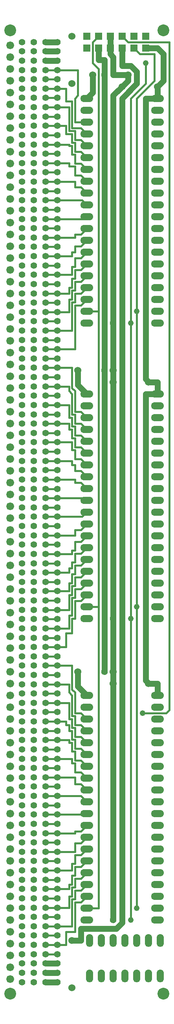
<source format=gbr>
G04 DesignSpark PCB Gerber Version 13.0 Build *
%FSLAX35Y35*%
%MOIN*%
%ADD19R,0.06000X0.06000*%
%ADD20O,0.06000X0.11000*%
%ADD14C,0.01500*%
%ADD15C,0.04800*%
%ADD12C,0.05000*%
%ADD71C,0.05512*%
%ADD13C,0.05600*%
%ADD70C,0.06000*%
%ADD18C,0.06614*%
%ADD16C,0.10000*%
%ADD17O,0.11000X0.06000*%
X0Y0D02*
D02*
D12*
X59221Y20250D02*
X49221D01*
X59221Y28124D02*
X49221D01*
X59221Y35998D02*
X49221D01*
X59221Y799778D02*
X49221D01*
X59221Y807652D02*
X49221D01*
X59221Y815526D02*
X49221D01*
X76721Y282888D02*
Y270388D01*
X84221Y262888D01*
X76721Y537888D02*
Y525388D01*
X84221Y517888D01*
X79221Y65388D02*
Y55388D01*
X71721D01*
X89221Y787888D02*
Y772888D01*
X84221Y767888D01*
X94221Y810388D02*
Y800388D01*
X99221D01*
Y787888D01*
Y537888D02*
Y282888D01*
Y787888D02*
Y537888D01*
X104221Y820388D02*
Y810388D01*
X106721Y272888D02*
Y72888D01*
Y282888D02*
Y272888D01*
Y327888D02*
Y282888D01*
Y527888D02*
Y327888D01*
Y537888D02*
Y527888D01*
Y577888D02*
Y537888D01*
X114221Y777888D02*
X106721Y770388D01*
Y577888D01*
X114221Y810388D02*
Y795388D01*
X121721D01*
X126721Y790388D01*
Y780388D01*
X114221Y767888D01*
Y70388D01*
X109221Y65388D01*
X79221D01*
X119221Y787888D02*
X106721D01*
Y802888D01*
X104221Y805388D01*
Y810388D01*
X119221Y787888D02*
Y782888D01*
X114221Y777888D01*
X136721Y272888D02*
X144221D01*
Y262888D01*
X136721Y527888D02*
X144221D01*
Y517888D01*
X134221D01*
Y275388D01*
X136721Y272888D01*
X144221Y767888D02*
X134221D01*
Y530388D01*
X136721Y527888D01*
X144221Y777888D02*
Y767888D01*
Y777888D02*
X149221Y782888D01*
Y805388D01*
X144221Y810388D01*
X134221D01*
D02*
D13*
X99221Y282888D03*
Y537888D03*
Y787888D03*
X106721Y72888D03*
Y327888D03*
Y577888D03*
D02*
D14*
X49221Y43872D02*
X59221D01*
X49221Y51746D02*
X59221D01*
X49221Y59620D02*
X59221D01*
X49221Y67494D02*
X59221D01*
X49221Y75368D02*
X59221D01*
X49221Y83242D02*
X59221D01*
X49221Y91116D02*
X59221D01*
X49221Y98990D02*
X59221D01*
X49221Y106864D02*
X59221D01*
X49221Y114738D02*
X59221D01*
X49221Y122612D02*
X59221D01*
X49221Y130486D02*
X59221D01*
X49221Y138360D02*
X59221D01*
X49221Y146234D02*
X59221D01*
X49221Y154108D02*
X59221D01*
X49221Y161982D02*
X59221D01*
X49221Y169856D02*
X59221D01*
X49221Y177730D02*
X59221D01*
X49221Y185604D02*
X59221D01*
X49221Y193478D02*
X59221D01*
X49221Y201352D02*
X59221D01*
X49221Y209226D02*
X59221D01*
X49221Y217100D02*
X59221D01*
X49221Y224974D02*
X59221D01*
X49221Y232848D02*
X59221D01*
X49221Y240722D02*
X59221D01*
X49221Y248596D02*
X59221D01*
X49221Y256470D02*
X59221D01*
X49221Y264344D02*
X59221D01*
X49221Y272219D02*
X59221D01*
X49221Y280093D02*
X59221D01*
X49221Y287967D02*
X59221D01*
X49221Y295841D02*
X59221D01*
X49221Y303715D02*
X59221D01*
X49221Y311589D02*
X59221D01*
X49221Y319463D02*
X59221D01*
X49221Y327337D02*
X59221D01*
X49221Y335211D02*
X59221D01*
X49221Y343085D02*
X59221D01*
X49221Y350959D02*
X59221D01*
X49221Y358833D02*
X59221D01*
X49221Y366707D02*
X59221D01*
X49221Y374581D02*
X59221D01*
X49221Y382455D02*
X59221D01*
X49221Y390329D02*
X59221D01*
X49221Y398203D02*
X59221D01*
X49221Y406077D02*
X59221D01*
X49221Y413951D02*
X59221D01*
X49221Y421825D02*
X59221D01*
X49221Y429699D02*
X59221D01*
X49221Y437573D02*
X59221D01*
X49221Y445447D02*
X59221D01*
X49221Y453321D02*
X59221D01*
X49221Y461195D02*
X59221D01*
X49221Y469069D02*
X59221D01*
X49221Y476943D02*
X59221D01*
X49221Y484817D02*
X59221D01*
X49221Y492691D02*
X59221D01*
X49221Y500565D02*
X59221D01*
X49221Y508439D02*
X59221D01*
X49221Y516313D02*
X59221D01*
X49221Y524187D02*
X59221D01*
X49221Y532061D02*
X59221D01*
X49221Y539935D02*
X59221D01*
X49221Y547809D02*
X59221D01*
X49221Y555683D02*
X59221D01*
X49221Y563557D02*
X59221D01*
X49221Y571431D02*
X59221D01*
X49221Y579305D02*
X59221D01*
X49221Y587179D02*
X59221D01*
X49221Y595053D02*
X59221D01*
X49221Y602927D02*
X59221D01*
X49221Y610801D02*
X59221D01*
X49221Y618675D02*
X59221D01*
X49221Y626549D02*
X59221D01*
X49221Y634423D02*
X59221D01*
X49221Y642297D02*
X59221D01*
X49221Y650171D02*
X59221D01*
X49221Y658045D02*
X59221D01*
X49221Y665919D02*
X59221D01*
X49221Y673793D02*
X59221D01*
X49221Y681667D02*
X59221D01*
X49221Y689541D02*
X59221D01*
X49221Y697415D02*
X59221D01*
X49221Y705289D02*
X59221D01*
X49221Y713163D02*
X59221D01*
X49221Y721037D02*
X59221D01*
X49221Y728911D02*
X59221D01*
X49221Y736785D02*
X59221D01*
X49221Y744659D02*
X59221D01*
X49221Y752533D02*
X59221D01*
X49221Y760407D02*
X59221D01*
X49221Y768281D02*
X59221D01*
X49221Y776156D02*
X59221D01*
X49221Y784030D02*
X59221D01*
X49221Y791904D02*
X59221D01*
Y67494D02*
X71721D01*
Y90388D01*
X74221D01*
Y97888D01*
X79221D01*
X84221Y102888D01*
X59221Y83242D02*
X69221D01*
Y92888D01*
X71721D01*
X59221Y98990D02*
X66721D01*
X59221Y114738D02*
X66721D01*
X59221Y130486D02*
X74221D01*
Y137888D01*
X79221D01*
X84221Y142888D01*
X59221Y146234D02*
X74221D01*
Y147888D01*
X79221D01*
X84221Y152888D01*
X59221Y161982D02*
X83316D01*
X84221Y162888D01*
X59221Y177730D02*
X79379D01*
X84221Y172888D01*
X59221Y193478D02*
X74221D01*
Y187888D01*
X79221D01*
X84221Y182888D01*
X59221Y209226D02*
X71721D01*
Y205388D01*
X74221D01*
Y197888D01*
X79221D01*
X84221Y192888D01*
X59221Y224974D02*
X69221D01*
Y222888D01*
X71721D01*
Y215388D01*
X74221D01*
Y207888D01*
X79221D01*
X84221Y202888D01*
X59221Y240722D02*
X66721D01*
Y237888D01*
X69221D01*
Y232888D01*
X71721D01*
Y225388D01*
X74221D01*
Y217888D01*
X79221D01*
X84221Y212888D01*
X59221Y256470D02*
X69221D01*
Y242888D01*
X71721D01*
Y235388D01*
X74221D01*
Y227888D01*
X79221D01*
X59221Y272219D02*
X69221D01*
Y265388D01*
X71721Y262888D01*
Y245388D01*
X74221D01*
Y237888D01*
X79221D01*
X84221Y232888D01*
X59221Y287967D02*
X71721D01*
Y267888D01*
X74221Y265388D01*
Y247888D01*
X79221D01*
X84221Y242888D01*
X59221Y303715D02*
X66721D01*
Y315388D01*
X71721D01*
Y327888D01*
X74221D01*
Y342888D01*
X79221D01*
X84221Y347888D01*
X59221Y319463D02*
X69221D01*
Y330388D01*
X71721D01*
Y345388D01*
X74221D01*
Y352888D01*
X79221D01*
X84221Y357888D01*
X59221Y335211D02*
X69221D01*
Y347888D01*
X71721D01*
X59221Y382455D02*
X71721D01*
X59221Y398203D02*
X74221D01*
Y402888D01*
X79221D01*
X84221Y407888D01*
X59221Y413951D02*
X80284D01*
X84221Y417888D01*
X59221Y429699D02*
X74221D01*
X59221Y445447D02*
X74221D01*
Y442888D01*
X79221D01*
X84221Y437888D01*
X59221Y461195D02*
X71721D01*
Y457888D01*
X74221D01*
Y452888D01*
X79221D01*
X84221Y447888D01*
X59221Y476943D02*
X71721D01*
Y470388D01*
X74221D01*
Y462888D01*
X79221D01*
X84221Y457888D01*
X59221Y492691D02*
X69221D01*
Y487888D01*
X71721D01*
Y480388D01*
X74221D01*
Y472888D01*
X79221D01*
X84221Y467888D01*
X59221Y508439D02*
X69221D01*
Y497888D01*
X71721D01*
Y490388D01*
X74221D01*
Y482888D01*
X79221D01*
X84221Y477888D01*
X59221Y524187D02*
X69221D01*
Y520388D01*
X71721Y517888D01*
Y500388D01*
X74221D01*
Y492888D01*
X79221D01*
X84221Y487888D01*
X59221Y539935D02*
X71721D01*
Y522888D01*
X74221Y520388D01*
Y502888D01*
X79221D01*
X84221Y497888D01*
X59221Y555683D02*
X74221D01*
Y592888D01*
X79221D01*
X84221Y597888D01*
X59221Y571431D02*
X71721D01*
Y595388D01*
X74221D01*
Y602888D01*
X79221D01*
X84221Y607888D01*
X59221Y602927D02*
X69221D01*
Y607888D01*
X71721D01*
Y615388D01*
X74221D01*
Y622888D01*
X79221D01*
X84221Y627888D01*
X59221Y634423D02*
X66721D01*
X59221Y650171D02*
X74221D01*
Y652888D01*
X79221D01*
X84221Y657888D01*
X59221Y665919D02*
X82253D01*
X84221Y667888D01*
X59221Y681667D02*
X80442D01*
X84221Y677888D01*
X59221Y697415D02*
X74221D01*
Y692888D01*
X79221D01*
X84221Y687888D01*
X59221Y713163D02*
X69221D01*
Y710388D01*
X74221D01*
Y702888D01*
X79221D01*
X84221Y697888D01*
X59221Y728911D02*
X69221D01*
Y727888D01*
X71721D01*
X59221Y744659D02*
X66721D01*
Y737888D01*
X71721D01*
Y730388D01*
X74221D01*
Y722888D01*
X59221Y760407D02*
X69221D01*
Y740388D01*
X74221D01*
Y732888D01*
X79221D01*
X84221Y727888D01*
X66721Y587179D02*
X59221D01*
X66721Y618675D02*
X59221D01*
X74221Y429699D02*
X82410D01*
X84221Y427888D01*
X74221Y722888D02*
X79221D01*
X84221Y717888D01*
X79221Y227888D02*
X84221Y222888D01*
Y82888D02*
X94221D01*
Y337888D01*
X84221Y92888D02*
X79221Y87888D01*
X74221D01*
Y62888D01*
X66721D01*
Y51746D01*
X59221D01*
X84221Y112888D02*
X79221Y107888D01*
X74221D01*
Y100388D01*
X71721D01*
Y92888D01*
X84221Y122888D02*
X79221Y117888D01*
X74221D01*
Y110388D01*
X71721D01*
Y102888D01*
X69221D01*
Y98990D01*
X66721D01*
X84221Y132888D02*
X79221Y127888D01*
X74221D01*
Y120388D01*
X71721D01*
Y114738D01*
X66721D01*
X84221Y367888D02*
X79221Y362888D01*
X74221D01*
Y355388D01*
X71721D01*
Y347888D01*
X84221Y377888D02*
X79221Y372888D01*
X74221D01*
Y365388D01*
X71721D01*
Y357888D01*
X69221D01*
Y350959D01*
X59221D01*
X84221Y387888D02*
X79221Y382888D01*
X74221D01*
Y375388D01*
X71721D01*
Y370388D01*
X69221D01*
Y366707D01*
X59221D01*
X84221Y397888D02*
X79221Y392888D01*
X74221D01*
Y385388D01*
X71721D01*
Y382455D01*
X84221Y617888D02*
X79221Y612888D01*
X74221D01*
Y605388D01*
X71721D01*
Y597888D01*
X69221D01*
Y587179D01*
X66721D01*
X84221Y637888D02*
X79221Y632888D01*
X74221D01*
Y625388D01*
X71721D01*
Y618675D01*
X66721D01*
X84221Y647888D02*
X79221Y642888D01*
X74221D01*
Y637888D01*
X71721D01*
Y634423D01*
X66721D01*
X84221Y707888D02*
X79221Y712888D01*
X74221D01*
Y720388D01*
X71721D01*
Y727888D01*
X84221Y737888D02*
X79221Y742888D01*
X71721D01*
Y765388D01*
X66721D01*
Y776156D01*
X59221D01*
X84221Y747888D02*
X74221D01*
Y767888D01*
X76721Y770388D01*
Y791904D01*
X59221D01*
X94221Y337888D02*
X84221D01*
X94221Y587888D02*
Y792888D01*
X89221Y797888D01*
Y815388D01*
X94221Y820388D01*
Y587888D02*
Y337888D01*
Y587888D02*
X84221D01*
X114221Y820388D02*
X119221Y815388D01*
X154221D01*
Y250388D01*
X151721Y247888D01*
X131721D01*
X121721Y327888D02*
Y72888D01*
Y577888D02*
Y767888D01*
X134221Y780388D01*
Y797888D01*
X121721Y577888D02*
Y327888D01*
X126721Y337888D02*
Y82888D01*
Y587888D02*
Y767888D01*
X141721Y782888D01*
Y805388D01*
X129221D01*
X124221Y810388D01*
X126721Y587888D02*
Y337888D01*
D02*
D15*
X121721Y72888D03*
Y327888D03*
Y577888D03*
X126721Y82888D03*
Y337888D03*
Y587888D03*
X131721Y247888D03*
X134221Y797888D03*
D02*
D16*
X19221Y10388D03*
Y825388D03*
X149221Y10388D03*
Y825388D03*
D02*
D17*
X84221Y72888D03*
Y82888D03*
Y92888D03*
Y102888D03*
Y112888D03*
Y122888D03*
Y132888D03*
Y142888D03*
Y152888D03*
Y162888D03*
Y172888D03*
Y182888D03*
Y192888D03*
Y202888D03*
Y212888D03*
Y222888D03*
Y232888D03*
Y242888D03*
Y252888D03*
Y262888D03*
Y327888D03*
Y337888D03*
Y347888D03*
Y357888D03*
Y367888D03*
Y377888D03*
Y387888D03*
Y397888D03*
Y407888D03*
Y417888D03*
Y427888D03*
Y437888D03*
Y447888D03*
Y457888D03*
Y467888D03*
Y477888D03*
Y487888D03*
Y497888D03*
Y507888D03*
Y517888D03*
Y577888D03*
Y587888D03*
Y597888D03*
Y607888D03*
Y617888D03*
Y627888D03*
Y637888D03*
Y647888D03*
Y657888D03*
Y667888D03*
Y677888D03*
Y687888D03*
Y697888D03*
Y707888D03*
Y717888D03*
Y727888D03*
Y737888D03*
Y747888D03*
Y757888D03*
Y767888D03*
X144221Y72888D03*
Y82888D03*
Y92888D03*
Y102888D03*
Y112888D03*
Y122888D03*
Y132888D03*
Y142888D03*
Y152888D03*
Y162888D03*
Y172888D03*
Y182888D03*
Y192888D03*
Y202888D03*
Y212888D03*
Y222888D03*
Y232888D03*
Y242888D03*
Y252888D03*
Y262888D03*
Y327888D03*
Y337888D03*
Y347888D03*
Y357888D03*
Y367888D03*
Y377888D03*
Y387888D03*
Y397888D03*
Y407888D03*
Y417888D03*
Y427888D03*
Y437888D03*
Y447888D03*
Y457888D03*
Y467888D03*
Y477888D03*
Y487888D03*
Y497888D03*
Y507888D03*
Y517888D03*
Y577888D03*
Y587888D03*
Y597888D03*
Y607888D03*
Y617888D03*
Y627888D03*
Y637888D03*
Y647888D03*
Y657888D03*
Y667888D03*
Y677888D03*
Y687888D03*
Y697888D03*
Y707888D03*
Y717888D03*
Y727888D03*
Y737888D03*
Y747888D03*
Y757888D03*
Y767888D03*
D02*
D18*
X19221Y22888D03*
Y32888D03*
Y42888D03*
Y52888D03*
Y62888D03*
Y72888D03*
Y82888D03*
Y92888D03*
Y102888D03*
Y112888D03*
Y122888D03*
Y132888D03*
Y142888D03*
Y152888D03*
Y162888D03*
Y172888D03*
Y182888D03*
Y192888D03*
Y202888D03*
Y212888D03*
Y222888D03*
Y232888D03*
Y242888D03*
Y252888D03*
Y262888D03*
Y272888D03*
Y282888D03*
Y292888D03*
Y302888D03*
Y312888D03*
Y322888D03*
Y332888D03*
Y342888D03*
Y352888D03*
Y362888D03*
Y372888D03*
Y382888D03*
Y392888D03*
Y402888D03*
Y412888D03*
Y422888D03*
Y432888D03*
Y442888D03*
Y452888D03*
Y462888D03*
Y472888D03*
Y482888D03*
Y492888D03*
Y502888D03*
Y512888D03*
Y522888D03*
Y532888D03*
Y542888D03*
Y552888D03*
Y562888D03*
Y572888D03*
Y582888D03*
Y592888D03*
Y602888D03*
Y612888D03*
Y622888D03*
Y632888D03*
Y642888D03*
Y652888D03*
Y662888D03*
Y672888D03*
Y682888D03*
Y692888D03*
Y702888D03*
Y712888D03*
Y722888D03*
Y732888D03*
Y742888D03*
Y752888D03*
Y762888D03*
Y772888D03*
Y782888D03*
Y792888D03*
Y802888D03*
Y812888D03*
D02*
D19*
X84221Y810388D03*
Y820388D03*
X94221Y810388D03*
Y820388D03*
X104221Y810388D03*
Y820388D03*
X114221Y810388D03*
Y820388D03*
X124221Y810388D03*
Y820388D03*
X134221Y810388D03*
Y820388D03*
D02*
D70*
X71721Y15388D03*
Y55388D03*
Y780388D03*
Y820388D03*
X76721Y282888D03*
Y537888D03*
X89221Y787888D03*
X106721Y272888D03*
Y282888D03*
Y527888D03*
Y537888D03*
X114221Y777888D03*
X119221Y787888D03*
X136721Y272888D03*
Y527888D03*
X144221Y777888D03*
D02*
D71*
X29221Y20250D03*
Y28124D03*
Y35998D03*
Y43872D03*
Y51746D03*
Y59620D03*
Y67494D03*
Y75368D03*
Y83242D03*
Y91116D03*
Y98990D03*
Y106864D03*
Y114738D03*
Y122612D03*
Y130486D03*
Y138360D03*
Y146234D03*
Y154108D03*
Y161982D03*
Y169856D03*
Y177730D03*
Y185604D03*
Y193478D03*
Y201352D03*
Y209226D03*
Y217100D03*
Y224974D03*
Y232848D03*
Y240722D03*
Y248596D03*
Y256470D03*
Y264344D03*
Y272219D03*
Y280093D03*
Y287967D03*
Y295841D03*
Y303715D03*
Y311589D03*
Y319463D03*
Y327337D03*
Y335211D03*
Y343085D03*
Y350959D03*
Y358833D03*
Y366707D03*
Y374581D03*
Y382455D03*
Y390329D03*
Y398203D03*
Y406077D03*
Y413951D03*
Y421825D03*
Y429699D03*
Y437573D03*
Y445447D03*
Y453321D03*
Y461195D03*
Y469069D03*
Y476943D03*
Y484817D03*
Y492691D03*
Y500565D03*
Y508439D03*
Y516313D03*
Y524187D03*
Y532061D03*
Y539935D03*
Y547809D03*
Y555683D03*
Y563557D03*
Y571431D03*
Y579305D03*
Y587179D03*
Y595053D03*
Y602927D03*
Y610801D03*
Y618675D03*
Y626549D03*
Y634423D03*
Y642297D03*
Y650171D03*
Y658045D03*
Y665919D03*
Y673793D03*
Y681667D03*
Y689541D03*
Y697415D03*
Y705289D03*
Y713163D03*
Y721037D03*
Y728911D03*
Y736785D03*
Y744659D03*
Y752533D03*
Y760407D03*
Y768281D03*
Y776156D03*
Y784030D03*
Y791904D03*
Y799778D03*
Y807652D03*
Y815526D03*
X39221Y20250D03*
Y28124D03*
Y35998D03*
Y43872D03*
Y51746D03*
Y59620D03*
Y67494D03*
Y75368D03*
Y83242D03*
Y91116D03*
Y98990D03*
Y106864D03*
Y114738D03*
Y122612D03*
Y130486D03*
Y138360D03*
Y146234D03*
Y154108D03*
Y161982D03*
Y169856D03*
Y177730D03*
Y185604D03*
Y193478D03*
Y201352D03*
Y209226D03*
Y217100D03*
Y224974D03*
Y232848D03*
Y240722D03*
Y248596D03*
Y256470D03*
Y264344D03*
Y272219D03*
Y280093D03*
Y287967D03*
Y295841D03*
Y303715D03*
Y311589D03*
Y319463D03*
Y327337D03*
Y335211D03*
Y343085D03*
Y350959D03*
Y358833D03*
Y366707D03*
Y374581D03*
Y382455D03*
Y390329D03*
Y398203D03*
Y406077D03*
Y413951D03*
Y421825D03*
Y429699D03*
Y437573D03*
Y445447D03*
Y453321D03*
Y461195D03*
Y469069D03*
Y476943D03*
Y484817D03*
Y492691D03*
Y500565D03*
Y508439D03*
Y516313D03*
Y524187D03*
Y532061D03*
Y539935D03*
Y547809D03*
Y555683D03*
Y563557D03*
Y571431D03*
Y579305D03*
Y587179D03*
Y595053D03*
Y602927D03*
Y610801D03*
Y618675D03*
Y626549D03*
Y634423D03*
Y642297D03*
Y650171D03*
Y658045D03*
Y665919D03*
Y673793D03*
Y681667D03*
Y689541D03*
Y697415D03*
Y705289D03*
Y713163D03*
Y721037D03*
Y728911D03*
Y736785D03*
Y744659D03*
Y752533D03*
Y760407D03*
Y768281D03*
Y776156D03*
Y784030D03*
Y791904D03*
Y799778D03*
Y807652D03*
Y815526D03*
X49221Y20250D03*
Y28124D03*
Y35998D03*
Y43872D03*
Y51746D03*
Y59620D03*
Y67494D03*
Y75368D03*
Y83242D03*
Y91116D03*
Y98990D03*
Y106864D03*
Y114738D03*
Y122612D03*
Y130486D03*
Y138360D03*
Y146234D03*
Y154108D03*
Y161982D03*
Y169856D03*
Y177730D03*
Y185604D03*
Y193478D03*
Y201352D03*
Y209226D03*
Y217100D03*
Y224974D03*
Y232848D03*
Y240722D03*
Y248596D03*
Y256470D03*
Y264344D03*
Y272219D03*
Y280093D03*
Y287967D03*
Y295841D03*
Y303715D03*
Y311589D03*
Y319463D03*
Y327337D03*
Y335211D03*
Y343085D03*
Y350959D03*
Y358833D03*
Y366707D03*
Y374581D03*
Y382455D03*
Y390329D03*
Y398203D03*
Y406077D03*
Y413951D03*
Y421825D03*
Y429699D03*
Y437573D03*
Y445447D03*
Y453321D03*
Y461195D03*
Y469069D03*
Y476943D03*
Y484817D03*
Y492691D03*
Y500565D03*
Y508439D03*
Y516313D03*
Y524187D03*
Y532061D03*
Y539935D03*
Y547809D03*
Y555683D03*
Y563557D03*
Y571431D03*
Y579305D03*
Y587179D03*
Y595053D03*
Y602927D03*
Y610801D03*
Y618675D03*
Y626549D03*
Y634423D03*
Y642297D03*
Y650171D03*
Y658045D03*
Y665919D03*
Y673793D03*
Y681667D03*
Y689541D03*
Y697415D03*
Y705289D03*
Y713163D03*
Y721037D03*
Y728911D03*
Y736785D03*
Y744659D03*
Y752533D03*
Y760407D03*
Y768281D03*
Y776156D03*
Y784030D03*
Y791904D03*
Y799778D03*
Y807652D03*
Y815526D03*
X59221Y20250D03*
Y28124D03*
Y35998D03*
Y43872D03*
Y51746D03*
Y59620D03*
Y67494D03*
Y75368D03*
Y83242D03*
Y91116D03*
Y98990D03*
Y106864D03*
Y114738D03*
Y122612D03*
Y130486D03*
Y138360D03*
Y146234D03*
Y154108D03*
Y161982D03*
Y169856D03*
Y177730D03*
Y185604D03*
Y193478D03*
Y201352D03*
Y209226D03*
Y217100D03*
Y224974D03*
Y232848D03*
Y240722D03*
Y248596D03*
Y256470D03*
Y264344D03*
Y272219D03*
Y280093D03*
Y287967D03*
Y295841D03*
Y303715D03*
Y311589D03*
Y319463D03*
Y327337D03*
Y335211D03*
Y343085D03*
Y350959D03*
Y358833D03*
Y366707D03*
Y374581D03*
Y382455D03*
Y390329D03*
Y398203D03*
Y406077D03*
Y413951D03*
Y421825D03*
Y429699D03*
Y437573D03*
Y445447D03*
Y453321D03*
Y461195D03*
Y469069D03*
Y476943D03*
Y484817D03*
Y492691D03*
Y500565D03*
Y508439D03*
Y516313D03*
Y524187D03*
Y532061D03*
Y539935D03*
Y547809D03*
Y555683D03*
Y563557D03*
Y571431D03*
Y579305D03*
Y587179D03*
Y595053D03*
Y602927D03*
Y610801D03*
Y618675D03*
Y626549D03*
Y634423D03*
Y642297D03*
Y650171D03*
Y658045D03*
Y665919D03*
Y673793D03*
Y681667D03*
Y689541D03*
Y697415D03*
Y705289D03*
Y713163D03*
Y721037D03*
Y728911D03*
Y736785D03*
Y744659D03*
Y752533D03*
Y760407D03*
Y768281D03*
Y776156D03*
Y784030D03*
Y791904D03*
Y799778D03*
Y807652D03*
Y815526D03*
D02*
D20*
X86721Y25388D03*
Y55388D03*
X96721Y25388D03*
Y55388D03*
X106721Y25388D03*
Y55388D03*
X116721Y25388D03*
Y55388D03*
X126721Y25388D03*
Y55388D03*
X136721Y25388D03*
Y55388D03*
X146721Y25388D03*
Y55388D03*
X0Y0D02*
M02*

</source>
